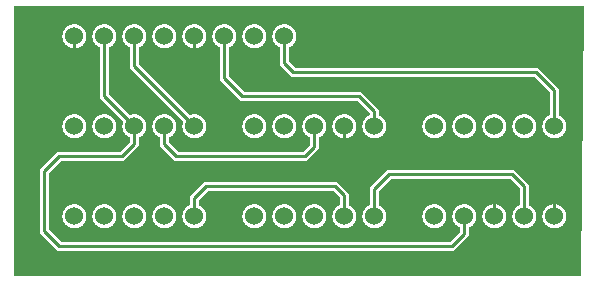
<source format=gtl>
G04 ---------------------------- Layer name :TOP LAYER*
G04 easyEDA 0.1*
G04 Scale: 100 percent, Rotated: No, Reflected: No *
G04 Dimensions in inches *
G04 leading zeros omitted , absolute positions ,2 integer and 4 * 
%FSLAX24Y24*%
%MOIN*%
G90*
G70D02*

%ADD10C,0.010000*%
%ADD11C,0.060000*%

%LPD*%
G36*
G01X0Y0D02*
G01X0Y9000D01*
G01X19000Y9000D01*
G01X18900Y0D01*
G01X0Y0D01*
G37*

%LPC*%
G36*
G01X2015Y7600D02*
G01X2076Y7607D01*
G01X2134Y7623D01*
G01X2191Y7648D01*
G01X2242Y7681D01*
G01X2288Y7722D01*
G01X2327Y7769D01*
G01X2358Y7822D01*
G01X2381Y7879D01*
G01X2395Y7938D01*
G01X2400Y8000D01*
G01X2395Y8061D01*
G01X2381Y8120D01*
G01X2358Y8177D01*
G01X2327Y8230D01*
G01X2288Y8277D01*
G01X2242Y8318D01*
G01X2191Y8351D01*
G01X2134Y8376D01*
G01X2076Y8392D01*
G01X2015Y8399D01*
G01X1953Y8397D01*
G01X1893Y8385D01*
G01X1836Y8365D01*
G01X1782Y8335D01*
G01X1733Y8298D01*
G01X1691Y8254D01*
G01X1656Y8204D01*
G01X1628Y8149D01*
G01X1610Y8091D01*
G01X1601Y8030D01*
G01X1601Y7969D01*
G01X1610Y7908D01*
G01X1628Y7850D01*
G01X1656Y7795D01*
G01X1691Y7745D01*
G01X1733Y7701D01*
G01X1782Y7664D01*
G01X1836Y7634D01*
G01X1893Y7614D01*
G01X1953Y7602D01*
G01X2015Y7600D01*
G37*
G36*
G01X6015Y7600D02*
G01X6076Y7607D01*
G01X6134Y7623D01*
G01X6191Y7648D01*
G01X6242Y7681D01*
G01X6288Y7722D01*
G01X6327Y7769D01*
G01X6358Y7822D01*
G01X6381Y7879D01*
G01X6395Y7938D01*
G01X6400Y8000D01*
G01X6395Y8061D01*
G01X6381Y8120D01*
G01X6358Y8177D01*
G01X6327Y8230D01*
G01X6288Y8277D01*
G01X6242Y8318D01*
G01X6191Y8351D01*
G01X6134Y8376D01*
G01X6076Y8392D01*
G01X6015Y8399D01*
G01X5953Y8397D01*
G01X5893Y8385D01*
G01X5836Y8365D01*
G01X5782Y8335D01*
G01X5733Y8298D01*
G01X5691Y8254D01*
G01X5656Y8204D01*
G01X5628Y8149D01*
G01X5610Y8091D01*
G01X5601Y8030D01*
G01X5601Y7969D01*
G01X5610Y7908D01*
G01X5628Y7850D01*
G01X5656Y7795D01*
G01X5691Y7745D01*
G01X5733Y7701D01*
G01X5782Y7664D01*
G01X5836Y7634D01*
G01X5893Y7614D01*
G01X5953Y7602D01*
G01X6015Y7600D01*
G37*
G36*
G01X9015Y1600D02*
G01X9076Y1607D01*
G01X9134Y1623D01*
G01X9191Y1648D01*
G01X9242Y1681D01*
G01X9288Y1722D01*
G01X9327Y1769D01*
G01X9358Y1822D01*
G01X9381Y1879D01*
G01X9395Y1938D01*
G01X9400Y2000D01*
G01X9395Y2061D01*
G01X9381Y2120D01*
G01X9358Y2177D01*
G01X9327Y2230D01*
G01X9288Y2277D01*
G01X9242Y2318D01*
G01X9191Y2351D01*
G01X9134Y2376D01*
G01X9076Y2392D01*
G01X9015Y2399D01*
G01X8953Y2397D01*
G01X8893Y2385D01*
G01X8836Y2365D01*
G01X8782Y2335D01*
G01X8733Y2298D01*
G01X8691Y2254D01*
G01X8656Y2204D01*
G01X8628Y2149D01*
G01X8610Y2091D01*
G01X8601Y2030D01*
G01X8601Y1969D01*
G01X8610Y1908D01*
G01X8628Y1850D01*
G01X8656Y1795D01*
G01X8691Y1745D01*
G01X8733Y1701D01*
G01X8782Y1664D01*
G01X8836Y1634D01*
G01X8893Y1614D01*
G01X8953Y1602D01*
G01X9015Y1600D01*
G37*
G36*
G01X10015Y1600D02*
G01X10076Y1607D01*
G01X10134Y1623D01*
G01X10191Y1648D01*
G01X10242Y1681D01*
G01X10288Y1722D01*
G01X10327Y1769D01*
G01X10358Y1822D01*
G01X10381Y1879D01*
G01X10395Y1938D01*
G01X10400Y2000D01*
G01X10395Y2061D01*
G01X10381Y2120D01*
G01X10358Y2177D01*
G01X10327Y2230D01*
G01X10288Y2277D01*
G01X10242Y2318D01*
G01X10191Y2351D01*
G01X10134Y2376D01*
G01X10076Y2392D01*
G01X10015Y2399D01*
G01X9953Y2397D01*
G01X9893Y2385D01*
G01X9836Y2365D01*
G01X9782Y2335D01*
G01X9733Y2298D01*
G01X9691Y2254D01*
G01X9656Y2204D01*
G01X9628Y2149D01*
G01X9610Y2091D01*
G01X9601Y2030D01*
G01X9601Y1969D01*
G01X9610Y1908D01*
G01X9628Y1850D01*
G01X9656Y1795D01*
G01X9691Y1745D01*
G01X9733Y1701D01*
G01X9782Y1664D01*
G01X9836Y1634D01*
G01X9893Y1614D01*
G01X9953Y1602D01*
G01X10015Y1600D01*
G37*
G36*
G01X18015Y1600D02*
G01X18076Y1607D01*
G01X18135Y1623D01*
G01X18191Y1648D01*
G01X18242Y1681D01*
G01X18288Y1722D01*
G01X18327Y1769D01*
G01X18358Y1822D01*
G01X18381Y1879D01*
G01X18395Y1938D01*
G01X18400Y2000D01*
G01X18395Y2061D01*
G01X18381Y2120D01*
G01X18358Y2177D01*
G01X18327Y2230D01*
G01X18288Y2277D01*
G01X18242Y2318D01*
G01X18191Y2351D01*
G01X18135Y2376D01*
G01X18076Y2392D01*
G01X18015Y2399D01*
G01X17953Y2397D01*
G01X17893Y2385D01*
G01X17836Y2365D01*
G01X17782Y2335D01*
G01X17733Y2298D01*
G01X17691Y2254D01*
G01X17656Y2204D01*
G01X17628Y2149D01*
G01X17610Y2091D01*
G01X17601Y2030D01*
G01X17601Y1969D01*
G01X17610Y1908D01*
G01X17628Y1850D01*
G01X17656Y1795D01*
G01X17691Y1745D01*
G01X17733Y1701D01*
G01X17782Y1664D01*
G01X17836Y1634D01*
G01X17893Y1614D01*
G01X17953Y1602D01*
G01X18015Y1600D01*
G37*
G36*
G01X12015Y1600D02*
G01X12076Y1607D01*
G01X12135Y1623D01*
G01X12191Y1648D01*
G01X12242Y1681D01*
G01X12288Y1722D01*
G01X12327Y1769D01*
G01X12358Y1822D01*
G01X12381Y1879D01*
G01X12395Y1938D01*
G01X12400Y2000D01*
G01X12395Y2061D01*
G01X12381Y2120D01*
G01X12358Y2177D01*
G01X12327Y2230D01*
G01X12288Y2277D01*
G01X12242Y2318D01*
G01X12191Y2351D01*
G01X12150Y2369D01*
G01X12150Y2837D01*
G01X12562Y3250D01*
G01X16537Y3250D01*
G01X16850Y2937D01*
G01X16850Y2369D01*
G01X16836Y2365D01*
G01X16782Y2335D01*
G01X16733Y2298D01*
G01X16691Y2254D01*
G01X16656Y2204D01*
G01X16628Y2149D01*
G01X16610Y2091D01*
G01X16601Y2030D01*
G01X16601Y1969D01*
G01X16610Y1908D01*
G01X16628Y1850D01*
G01X16656Y1795D01*
G01X16691Y1745D01*
G01X16733Y1701D01*
G01X16782Y1664D01*
G01X16836Y1634D01*
G01X16893Y1614D01*
G01X16953Y1602D01*
G01X17015Y1600D01*
G01X17076Y1607D01*
G01X17135Y1623D01*
G01X17191Y1648D01*
G01X17242Y1681D01*
G01X17288Y1722D01*
G01X17327Y1769D01*
G01X17358Y1822D01*
G01X17381Y1879D01*
G01X17395Y1938D01*
G01X17400Y2000D01*
G01X17395Y2061D01*
G01X17381Y2120D01*
G01X17358Y2177D01*
G01X17327Y2230D01*
G01X17288Y2277D01*
G01X17242Y2318D01*
G01X17191Y2351D01*
G01X17150Y2369D01*
G01X17150Y3000D01*
G01X17148Y3023D01*
G01X17142Y3046D01*
G01X17133Y3068D01*
G01X17121Y3088D01*
G01X17106Y3106D01*
G01X16706Y3506D01*
G01X16688Y3521D01*
G01X16668Y3533D01*
G01X16646Y3542D01*
G01X16623Y3548D01*
G01X16600Y3550D01*
G01X12500Y3550D01*
G01X12476Y3548D01*
G01X12453Y3542D01*
G01X12431Y3533D01*
G01X12411Y3521D01*
G01X12393Y3506D01*
G01X11893Y3006D01*
G01X11878Y2988D01*
G01X11866Y2968D01*
G01X11857Y2946D01*
G01X11851Y2923D01*
G01X11850Y2900D01*
G01X11850Y2369D01*
G01X11836Y2365D01*
G01X11782Y2335D01*
G01X11733Y2298D01*
G01X11691Y2254D01*
G01X11656Y2204D01*
G01X11628Y2149D01*
G01X11610Y2091D01*
G01X11601Y2030D01*
G01X11601Y1969D01*
G01X11610Y1908D01*
G01X11628Y1850D01*
G01X11656Y1795D01*
G01X11691Y1745D01*
G01X11733Y1701D01*
G01X11782Y1664D01*
G01X11836Y1634D01*
G01X11893Y1614D01*
G01X11953Y1602D01*
G01X12015Y1600D01*
G37*
G36*
G01X16015Y1600D02*
G01X16076Y1607D01*
G01X16135Y1623D01*
G01X16191Y1648D01*
G01X16242Y1681D01*
G01X16288Y1722D01*
G01X16327Y1769D01*
G01X16358Y1822D01*
G01X16381Y1879D01*
G01X16395Y1938D01*
G01X16400Y2000D01*
G01X16395Y2061D01*
G01X16381Y2120D01*
G01X16358Y2177D01*
G01X16327Y2230D01*
G01X16288Y2277D01*
G01X16242Y2318D01*
G01X16191Y2351D01*
G01X16135Y2376D01*
G01X16076Y2392D01*
G01X16015Y2399D01*
G01X15953Y2397D01*
G01X15893Y2385D01*
G01X15836Y2365D01*
G01X15782Y2335D01*
G01X15733Y2298D01*
G01X15691Y2254D01*
G01X15656Y2204D01*
G01X15628Y2149D01*
G01X15610Y2091D01*
G01X15601Y2030D01*
G01X15601Y1969D01*
G01X15610Y1908D01*
G01X15628Y1850D01*
G01X15656Y1795D01*
G01X15691Y1745D01*
G01X15733Y1701D01*
G01X15782Y1664D01*
G01X15836Y1634D01*
G01X15893Y1614D01*
G01X15953Y1602D01*
G01X16015Y1600D01*
G37*
G36*
G01X14015Y1600D02*
G01X14076Y1607D01*
G01X14135Y1623D01*
G01X14191Y1648D01*
G01X14242Y1681D01*
G01X14288Y1722D01*
G01X14327Y1769D01*
G01X14358Y1822D01*
G01X14381Y1879D01*
G01X14395Y1938D01*
G01X14400Y2000D01*
G01X14395Y2061D01*
G01X14381Y2120D01*
G01X14358Y2177D01*
G01X14327Y2230D01*
G01X14288Y2277D01*
G01X14242Y2318D01*
G01X14191Y2351D01*
G01X14135Y2376D01*
G01X14076Y2392D01*
G01X14015Y2399D01*
G01X13953Y2397D01*
G01X13893Y2385D01*
G01X13836Y2365D01*
G01X13782Y2335D01*
G01X13733Y2298D01*
G01X13691Y2254D01*
G01X13656Y2204D01*
G01X13628Y2149D01*
G01X13610Y2091D01*
G01X13601Y2030D01*
G01X13601Y1969D01*
G01X13610Y1908D01*
G01X13628Y1850D01*
G01X13656Y1795D01*
G01X13691Y1745D01*
G01X13733Y1701D01*
G01X13782Y1664D01*
G01X13836Y1634D01*
G01X13893Y1614D01*
G01X13953Y1602D01*
G01X14015Y1600D01*
G37*
G36*
G01X5015Y7600D02*
G01X5076Y7607D01*
G01X5134Y7623D01*
G01X5191Y7648D01*
G01X5242Y7681D01*
G01X5288Y7722D01*
G01X5327Y7769D01*
G01X5358Y7822D01*
G01X5381Y7879D01*
G01X5395Y7938D01*
G01X5400Y8000D01*
G01X5395Y8061D01*
G01X5381Y8120D01*
G01X5358Y8177D01*
G01X5327Y8230D01*
G01X5288Y8277D01*
G01X5242Y8318D01*
G01X5191Y8351D01*
G01X5134Y8376D01*
G01X5076Y8392D01*
G01X5015Y8399D01*
G01X4953Y8397D01*
G01X4893Y8385D01*
G01X4836Y8365D01*
G01X4782Y8335D01*
G01X4733Y8298D01*
G01X4691Y8254D01*
G01X4656Y8204D01*
G01X4628Y8149D01*
G01X4610Y8091D01*
G01X4601Y8030D01*
G01X4601Y7969D01*
G01X4610Y7908D01*
G01X4628Y7850D01*
G01X4656Y7795D01*
G01X4691Y7745D01*
G01X4733Y7701D01*
G01X4782Y7664D01*
G01X4836Y7634D01*
G01X4893Y7614D01*
G01X4953Y7602D01*
G01X5015Y7600D01*
G37*
G36*
G01X6015Y1600D02*
G01X6076Y1607D01*
G01X6134Y1623D01*
G01X6191Y1648D01*
G01X6242Y1681D01*
G01X6288Y1722D01*
G01X6327Y1769D01*
G01X6358Y1822D01*
G01X6381Y1879D01*
G01X6395Y1938D01*
G01X6400Y2000D01*
G01X6395Y2061D01*
G01X6381Y2120D01*
G01X6358Y2177D01*
G01X6327Y2230D01*
G01X6288Y2277D01*
G01X6242Y2318D01*
G01X6191Y2351D01*
G01X6150Y2369D01*
G01X6150Y2537D01*
G01X6462Y2850D01*
G01X10637Y2850D01*
G01X10850Y2637D01*
G01X10850Y2369D01*
G01X10836Y2365D01*
G01X10782Y2335D01*
G01X10733Y2298D01*
G01X10691Y2254D01*
G01X10656Y2204D01*
G01X10628Y2149D01*
G01X10610Y2091D01*
G01X10601Y2030D01*
G01X10601Y1969D01*
G01X10610Y1908D01*
G01X10628Y1850D01*
G01X10656Y1795D01*
G01X10691Y1745D01*
G01X10733Y1701D01*
G01X10782Y1664D01*
G01X10836Y1634D01*
G01X10893Y1614D01*
G01X10953Y1602D01*
G01X11015Y1600D01*
G01X11076Y1607D01*
G01X11134Y1623D01*
G01X11191Y1648D01*
G01X11242Y1681D01*
G01X11288Y1722D01*
G01X11327Y1769D01*
G01X11358Y1822D01*
G01X11381Y1879D01*
G01X11395Y1938D01*
G01X11400Y2000D01*
G01X11395Y2061D01*
G01X11381Y2120D01*
G01X11358Y2177D01*
G01X11327Y2230D01*
G01X11288Y2277D01*
G01X11242Y2318D01*
G01X11191Y2351D01*
G01X11150Y2369D01*
G01X11150Y2700D01*
G01X11148Y2723D01*
G01X11142Y2746D01*
G01X11133Y2768D01*
G01X11121Y2788D01*
G01X11106Y2806D01*
G01X10806Y3106D01*
G01X10788Y3121D01*
G01X10768Y3133D01*
G01X10746Y3142D01*
G01X10723Y3148D01*
G01X10700Y3150D01*
G01X6400Y3150D01*
G01X6376Y3148D01*
G01X6353Y3142D01*
G01X6331Y3133D01*
G01X6311Y3121D01*
G01X6293Y3106D01*
G01X5893Y2706D01*
G01X5878Y2688D01*
G01X5866Y2668D01*
G01X5857Y2646D01*
G01X5851Y2623D01*
G01X5850Y2600D01*
G01X5850Y2369D01*
G01X5836Y2365D01*
G01X5782Y2335D01*
G01X5733Y2298D01*
G01X5691Y2254D01*
G01X5656Y2204D01*
G01X5628Y2149D01*
G01X5610Y2091D01*
G01X5601Y2030D01*
G01X5601Y1969D01*
G01X5610Y1908D01*
G01X5628Y1850D01*
G01X5656Y1795D01*
G01X5691Y1745D01*
G01X5733Y1701D01*
G01X5782Y1664D01*
G01X5836Y1634D01*
G01X5893Y1614D01*
G01X5953Y1602D01*
G01X6015Y1600D01*
G37*
G36*
G01X8015Y1600D02*
G01X8076Y1607D01*
G01X8134Y1623D01*
G01X8191Y1648D01*
G01X8242Y1681D01*
G01X8288Y1722D01*
G01X8327Y1769D01*
G01X8358Y1822D01*
G01X8381Y1879D01*
G01X8395Y1938D01*
G01X8400Y2000D01*
G01X8395Y2061D01*
G01X8381Y2120D01*
G01X8358Y2177D01*
G01X8327Y2230D01*
G01X8288Y2277D01*
G01X8242Y2318D01*
G01X8191Y2351D01*
G01X8134Y2376D01*
G01X8076Y2392D01*
G01X8015Y2399D01*
G01X7953Y2397D01*
G01X7893Y2385D01*
G01X7836Y2365D01*
G01X7782Y2335D01*
G01X7733Y2298D01*
G01X7691Y2254D01*
G01X7656Y2204D01*
G01X7628Y2149D01*
G01X7610Y2091D01*
G01X7601Y2030D01*
G01X7601Y1969D01*
G01X7610Y1908D01*
G01X7628Y1850D01*
G01X7656Y1795D01*
G01X7691Y1745D01*
G01X7733Y1701D01*
G01X7782Y1664D01*
G01X7836Y1634D01*
G01X7893Y1614D01*
G01X7953Y1602D01*
G01X8015Y1600D01*
G37*
G36*
G01X8015Y7600D02*
G01X8076Y7607D01*
G01X8134Y7623D01*
G01X8191Y7648D01*
G01X8242Y7681D01*
G01X8288Y7722D01*
G01X8327Y7769D01*
G01X8358Y7822D01*
G01X8381Y7879D01*
G01X8395Y7938D01*
G01X8400Y8000D01*
G01X8395Y8061D01*
G01X8381Y8120D01*
G01X8358Y8177D01*
G01X8327Y8230D01*
G01X8288Y8277D01*
G01X8242Y8318D01*
G01X8191Y8351D01*
G01X8134Y8376D01*
G01X8076Y8392D01*
G01X8015Y8399D01*
G01X7953Y8397D01*
G01X7893Y8385D01*
G01X7836Y8365D01*
G01X7782Y8335D01*
G01X7733Y8298D01*
G01X7691Y8254D01*
G01X7656Y8204D01*
G01X7628Y8149D01*
G01X7610Y8091D01*
G01X7601Y8030D01*
G01X7601Y7969D01*
G01X7610Y7908D01*
G01X7628Y7850D01*
G01X7656Y7795D01*
G01X7691Y7745D01*
G01X7733Y7701D01*
G01X7782Y7664D01*
G01X7836Y7634D01*
G01X7893Y7614D01*
G01X7953Y7602D01*
G01X8015Y7600D01*
G37*
G36*
G01X5015Y1600D02*
G01X5076Y1607D01*
G01X5134Y1623D01*
G01X5191Y1648D01*
G01X5242Y1681D01*
G01X5288Y1722D01*
G01X5327Y1769D01*
G01X5358Y1822D01*
G01X5381Y1879D01*
G01X5395Y1938D01*
G01X5400Y2000D01*
G01X5395Y2061D01*
G01X5381Y2120D01*
G01X5358Y2177D01*
G01X5327Y2230D01*
G01X5288Y2277D01*
G01X5242Y2318D01*
G01X5191Y2351D01*
G01X5134Y2376D01*
G01X5076Y2392D01*
G01X5015Y2399D01*
G01X4953Y2397D01*
G01X4893Y2385D01*
G01X4836Y2365D01*
G01X4782Y2335D01*
G01X4733Y2298D01*
G01X4691Y2254D01*
G01X4656Y2204D01*
G01X4628Y2149D01*
G01X4610Y2091D01*
G01X4601Y2030D01*
G01X4601Y1969D01*
G01X4610Y1908D01*
G01X4628Y1850D01*
G01X4656Y1795D01*
G01X4691Y1745D01*
G01X4733Y1701D01*
G01X4782Y1664D01*
G01X4836Y1634D01*
G01X4893Y1614D01*
G01X4953Y1602D01*
G01X5015Y1600D01*
G37*
G36*
G01X4015Y1600D02*
G01X4076Y1607D01*
G01X4134Y1623D01*
G01X4191Y1648D01*
G01X4242Y1681D01*
G01X4288Y1722D01*
G01X4327Y1769D01*
G01X4358Y1822D01*
G01X4381Y1879D01*
G01X4395Y1938D01*
G01X4400Y2000D01*
G01X4395Y2061D01*
G01X4381Y2120D01*
G01X4358Y2177D01*
G01X4327Y2230D01*
G01X4288Y2277D01*
G01X4242Y2318D01*
G01X4191Y2351D01*
G01X4134Y2376D01*
G01X4076Y2392D01*
G01X4015Y2399D01*
G01X3953Y2397D01*
G01X3893Y2385D01*
G01X3836Y2365D01*
G01X3782Y2335D01*
G01X3733Y2298D01*
G01X3691Y2254D01*
G01X3656Y2204D01*
G01X3628Y2149D01*
G01X3610Y2091D01*
G01X3601Y2030D01*
G01X3601Y1969D01*
G01X3610Y1908D01*
G01X3628Y1850D01*
G01X3656Y1795D01*
G01X3691Y1745D01*
G01X3733Y1701D01*
G01X3782Y1664D01*
G01X3836Y1634D01*
G01X3893Y1614D01*
G01X3953Y1602D01*
G01X4015Y1600D01*
G37*
G36*
G01X3015Y1600D02*
G01X3076Y1607D01*
G01X3134Y1623D01*
G01X3191Y1648D01*
G01X3242Y1681D01*
G01X3288Y1722D01*
G01X3327Y1769D01*
G01X3358Y1822D01*
G01X3381Y1879D01*
G01X3395Y1938D01*
G01X3400Y2000D01*
G01X3395Y2061D01*
G01X3381Y2120D01*
G01X3358Y2177D01*
G01X3327Y2230D01*
G01X3288Y2277D01*
G01X3242Y2318D01*
G01X3191Y2351D01*
G01X3134Y2376D01*
G01X3076Y2392D01*
G01X3015Y2399D01*
G01X2953Y2397D01*
G01X2893Y2385D01*
G01X2836Y2365D01*
G01X2782Y2335D01*
G01X2733Y2298D01*
G01X2691Y2254D01*
G01X2656Y2204D01*
G01X2628Y2149D01*
G01X2610Y2091D01*
G01X2601Y2030D01*
G01X2601Y1969D01*
G01X2610Y1908D01*
G01X2628Y1850D01*
G01X2656Y1795D01*
G01X2691Y1745D01*
G01X2733Y1701D01*
G01X2782Y1664D01*
G01X2836Y1634D01*
G01X2893Y1614D01*
G01X2953Y1602D01*
G01X3015Y1600D01*
G37*
G36*
G01X2015Y1600D02*
G01X2076Y1607D01*
G01X2134Y1623D01*
G01X2191Y1648D01*
G01X2242Y1681D01*
G01X2288Y1722D01*
G01X2327Y1769D01*
G01X2358Y1822D01*
G01X2381Y1879D01*
G01X2395Y1938D01*
G01X2400Y2000D01*
G01X2395Y2061D01*
G01X2381Y2120D01*
G01X2358Y2177D01*
G01X2327Y2230D01*
G01X2288Y2277D01*
G01X2242Y2318D01*
G01X2191Y2351D01*
G01X2134Y2376D01*
G01X2076Y2392D01*
G01X2015Y2399D01*
G01X1953Y2397D01*
G01X1893Y2385D01*
G01X1836Y2365D01*
G01X1782Y2335D01*
G01X1733Y2298D01*
G01X1691Y2254D01*
G01X1656Y2204D01*
G01X1628Y2149D01*
G01X1610Y2091D01*
G01X1601Y2030D01*
G01X1601Y1969D01*
G01X1610Y1908D01*
G01X1628Y1850D01*
G01X1656Y1795D01*
G01X1691Y1745D01*
G01X1733Y1701D01*
G01X1782Y1664D01*
G01X1836Y1634D01*
G01X1893Y1614D01*
G01X1953Y1602D01*
G01X2015Y1600D01*
G37*
G36*
G01X5400Y3850D02*
G01X9700Y3850D01*
G01X9723Y3851D01*
G01X9746Y3857D01*
G01X9768Y3866D01*
G01X9788Y3878D01*
G01X9806Y3893D01*
G01X10106Y4193D01*
G01X10121Y4211D01*
G01X10133Y4231D01*
G01X10142Y4253D01*
G01X10148Y4276D01*
G01X10150Y4300D01*
G01X10150Y4630D01*
G01X10191Y4648D01*
G01X10242Y4681D01*
G01X10288Y4722D01*
G01X10327Y4769D01*
G01X10358Y4822D01*
G01X10381Y4879D01*
G01X10395Y4938D01*
G01X10400Y5000D01*
G01X10395Y5061D01*
G01X10381Y5120D01*
G01X10358Y5177D01*
G01X10327Y5230D01*
G01X10288Y5277D01*
G01X10242Y5318D01*
G01X10191Y5351D01*
G01X10134Y5376D01*
G01X10076Y5392D01*
G01X10015Y5399D01*
G01X9953Y5397D01*
G01X9893Y5385D01*
G01X9836Y5365D01*
G01X9782Y5335D01*
G01X9733Y5298D01*
G01X9691Y5254D01*
G01X9656Y5204D01*
G01X9628Y5149D01*
G01X9610Y5091D01*
G01X9601Y5030D01*
G01X9601Y4969D01*
G01X9610Y4908D01*
G01X9628Y4850D01*
G01X9656Y4795D01*
G01X9691Y4745D01*
G01X9733Y4701D01*
G01X9782Y4664D01*
G01X9836Y4634D01*
G01X9850Y4630D01*
G01X9850Y4362D01*
G01X9637Y4150D01*
G01X5462Y4150D01*
G01X5150Y4462D01*
G01X5150Y4630D01*
G01X5191Y4648D01*
G01X5242Y4681D01*
G01X5288Y4722D01*
G01X5327Y4769D01*
G01X5358Y4822D01*
G01X5381Y4879D01*
G01X5395Y4938D01*
G01X5400Y5000D01*
G01X5395Y5061D01*
G01X5381Y5120D01*
G01X5358Y5177D01*
G01X5327Y5230D01*
G01X5288Y5277D01*
G01X5242Y5318D01*
G01X5191Y5351D01*
G01X5134Y5376D01*
G01X5076Y5392D01*
G01X5015Y5399D01*
G01X4953Y5397D01*
G01X4893Y5385D01*
G01X4836Y5365D01*
G01X4782Y5335D01*
G01X4733Y5298D01*
G01X4691Y5254D01*
G01X4656Y5204D01*
G01X4628Y5149D01*
G01X4610Y5091D01*
G01X4601Y5030D01*
G01X4601Y4969D01*
G01X4610Y4908D01*
G01X4628Y4850D01*
G01X4656Y4795D01*
G01X4691Y4745D01*
G01X4733Y4701D01*
G01X4782Y4664D01*
G01X4836Y4634D01*
G01X4850Y4630D01*
G01X4850Y4400D01*
G01X4851Y4376D01*
G01X4857Y4353D01*
G01X4866Y4331D01*
G01X4878Y4311D01*
G01X4893Y4293D01*
G01X5293Y3893D01*
G01X5311Y3878D01*
G01X5331Y3866D01*
G01X5353Y3857D01*
G01X5376Y3851D01*
G01X5400Y3850D01*
G37*
G36*
G01X1500Y850D02*
G01X14600Y850D01*
G01X14623Y851D01*
G01X14646Y857D01*
G01X14668Y866D01*
G01X14688Y878D01*
G01X14706Y893D01*
G01X15106Y1293D01*
G01X15121Y1311D01*
G01X15133Y1331D01*
G01X15142Y1353D01*
G01X15148Y1376D01*
G01X15150Y1400D01*
G01X15150Y1630D01*
G01X15191Y1648D01*
G01X15242Y1681D01*
G01X15288Y1722D01*
G01X15327Y1769D01*
G01X15358Y1822D01*
G01X15381Y1879D01*
G01X15395Y1938D01*
G01X15400Y2000D01*
G01X15395Y2061D01*
G01X15381Y2120D01*
G01X15358Y2177D01*
G01X15327Y2230D01*
G01X15288Y2277D01*
G01X15242Y2318D01*
G01X15191Y2351D01*
G01X15135Y2376D01*
G01X15076Y2392D01*
G01X15015Y2399D01*
G01X14953Y2397D01*
G01X14893Y2385D01*
G01X14836Y2365D01*
G01X14782Y2335D01*
G01X14733Y2298D01*
G01X14691Y2254D01*
G01X14656Y2204D01*
G01X14628Y2149D01*
G01X14610Y2091D01*
G01X14601Y2030D01*
G01X14601Y1969D01*
G01X14610Y1908D01*
G01X14628Y1850D01*
G01X14656Y1795D01*
G01X14691Y1745D01*
G01X14733Y1701D01*
G01X14782Y1664D01*
G01X14836Y1634D01*
G01X14850Y1630D01*
G01X14850Y1462D01*
G01X14537Y1150D01*
G01X1562Y1150D01*
G01X1150Y1562D01*
G01X1150Y3437D01*
G01X1562Y3850D01*
G01X3600Y3850D01*
G01X3623Y3851D01*
G01X3646Y3857D01*
G01X3668Y3866D01*
G01X3688Y3878D01*
G01X3706Y3893D01*
G01X4106Y4293D01*
G01X4121Y4311D01*
G01X4133Y4331D01*
G01X4142Y4353D01*
G01X4148Y4376D01*
G01X4150Y4400D01*
G01X4150Y4630D01*
G01X4191Y4648D01*
G01X4242Y4681D01*
G01X4288Y4722D01*
G01X4327Y4769D01*
G01X4358Y4822D01*
G01X4381Y4879D01*
G01X4395Y4938D01*
G01X4400Y5000D01*
G01X4395Y5061D01*
G01X4381Y5120D01*
G01X4358Y5177D01*
G01X4327Y5230D01*
G01X4288Y5277D01*
G01X4242Y5318D01*
G01X4191Y5351D01*
G01X4134Y5376D01*
G01X4076Y5392D01*
G01X4015Y5399D01*
G01X3953Y5397D01*
G01X3893Y5385D01*
G01X3844Y5367D01*
G01X3150Y6062D01*
G01X3150Y7630D01*
G01X3191Y7648D01*
G01X3242Y7681D01*
G01X3288Y7722D01*
G01X3327Y7769D01*
G01X3358Y7822D01*
G01X3381Y7879D01*
G01X3395Y7938D01*
G01X3400Y8000D01*
G01X3395Y8061D01*
G01X3381Y8120D01*
G01X3358Y8177D01*
G01X3327Y8230D01*
G01X3288Y8277D01*
G01X3242Y8318D01*
G01X3191Y8351D01*
G01X3134Y8376D01*
G01X3076Y8392D01*
G01X3015Y8399D01*
G01X2953Y8397D01*
G01X2893Y8385D01*
G01X2836Y8365D01*
G01X2782Y8335D01*
G01X2733Y8298D01*
G01X2691Y8254D01*
G01X2656Y8204D01*
G01X2628Y8149D01*
G01X2610Y8091D01*
G01X2601Y8030D01*
G01X2601Y7969D01*
G01X2610Y7908D01*
G01X2628Y7850D01*
G01X2656Y7795D01*
G01X2691Y7745D01*
G01X2733Y7701D01*
G01X2782Y7664D01*
G01X2836Y7634D01*
G01X2850Y7630D01*
G01X2850Y6000D01*
G01X2851Y5976D01*
G01X2857Y5953D01*
G01X2866Y5931D01*
G01X2878Y5911D01*
G01X2893Y5893D01*
G01X3632Y5155D01*
G01X3628Y5149D01*
G01X3610Y5091D01*
G01X3601Y5030D01*
G01X3601Y4969D01*
G01X3610Y4908D01*
G01X3628Y4850D01*
G01X3656Y4795D01*
G01X3691Y4745D01*
G01X3733Y4701D01*
G01X3782Y4664D01*
G01X3836Y4634D01*
G01X3850Y4630D01*
G01X3850Y4462D01*
G01X3537Y4150D01*
G01X1500Y4150D01*
G01X1476Y4148D01*
G01X1453Y4142D01*
G01X1431Y4133D01*
G01X1411Y4121D01*
G01X1393Y4106D01*
G01X893Y3606D01*
G01X878Y3588D01*
G01X866Y3568D01*
G01X857Y3546D01*
G01X851Y3523D01*
G01X850Y3500D01*
G01X850Y1500D01*
G01X851Y1476D01*
G01X857Y1453D01*
G01X866Y1431D01*
G01X878Y1411D01*
G01X893Y1393D01*
G01X1393Y893D01*
G01X1411Y878D01*
G01X1431Y866D01*
G01X1453Y857D01*
G01X1476Y851D01*
G01X1500Y850D01*
G37*
G36*
G01X18015Y4600D02*
G01X18076Y4607D01*
G01X18135Y4623D01*
G01X18191Y4648D01*
G01X18242Y4681D01*
G01X18288Y4722D01*
G01X18327Y4769D01*
G01X18358Y4822D01*
G01X18381Y4879D01*
G01X18395Y4938D01*
G01X18400Y5000D01*
G01X18395Y5061D01*
G01X18381Y5120D01*
G01X18358Y5177D01*
G01X18327Y5230D01*
G01X18288Y5277D01*
G01X18242Y5318D01*
G01X18191Y5351D01*
G01X18150Y5369D01*
G01X18150Y6200D01*
G01X18148Y6223D01*
G01X18142Y6246D01*
G01X18133Y6268D01*
G01X18121Y6288D01*
G01X18106Y6306D01*
G01X17506Y6906D01*
G01X17488Y6921D01*
G01X17468Y6933D01*
G01X17446Y6942D01*
G01X17423Y6948D01*
G01X17400Y6950D01*
G01X9362Y6950D01*
G01X9150Y7162D01*
G01X9150Y7630D01*
G01X9191Y7648D01*
G01X9242Y7681D01*
G01X9288Y7722D01*
G01X9327Y7769D01*
G01X9358Y7822D01*
G01X9381Y7879D01*
G01X9395Y7938D01*
G01X9400Y8000D01*
G01X9395Y8061D01*
G01X9381Y8120D01*
G01X9358Y8177D01*
G01X9327Y8230D01*
G01X9288Y8277D01*
G01X9242Y8318D01*
G01X9191Y8351D01*
G01X9134Y8376D01*
G01X9076Y8392D01*
G01X9015Y8399D01*
G01X8953Y8397D01*
G01X8893Y8385D01*
G01X8836Y8365D01*
G01X8782Y8335D01*
G01X8733Y8298D01*
G01X8691Y8254D01*
G01X8656Y8204D01*
G01X8628Y8149D01*
G01X8610Y8091D01*
G01X8601Y8030D01*
G01X8601Y7969D01*
G01X8610Y7908D01*
G01X8628Y7850D01*
G01X8656Y7795D01*
G01X8691Y7745D01*
G01X8733Y7701D01*
G01X8782Y7664D01*
G01X8836Y7634D01*
G01X8850Y7630D01*
G01X8850Y7100D01*
G01X8851Y7076D01*
G01X8857Y7053D01*
G01X8866Y7031D01*
G01X8878Y7011D01*
G01X8893Y6993D01*
G01X9193Y6693D01*
G01X9211Y6678D01*
G01X9231Y6666D01*
G01X9253Y6657D01*
G01X9276Y6651D01*
G01X9300Y6650D01*
G01X17337Y6650D01*
G01X17850Y6137D01*
G01X17850Y5369D01*
G01X17836Y5365D01*
G01X17782Y5335D01*
G01X17733Y5298D01*
G01X17691Y5254D01*
G01X17656Y5204D01*
G01X17628Y5149D01*
G01X17610Y5091D01*
G01X17601Y5030D01*
G01X17601Y4969D01*
G01X17610Y4908D01*
G01X17628Y4850D01*
G01X17656Y4795D01*
G01X17691Y4745D01*
G01X17733Y4701D01*
G01X17782Y4664D01*
G01X17836Y4634D01*
G01X17893Y4614D01*
G01X17953Y4602D01*
G01X18015Y4600D01*
G37*
G36*
G01X17015Y4600D02*
G01X17076Y4607D01*
G01X17135Y4623D01*
G01X17191Y4648D01*
G01X17242Y4681D01*
G01X17288Y4722D01*
G01X17327Y4769D01*
G01X17358Y4822D01*
G01X17381Y4879D01*
G01X17395Y4938D01*
G01X17400Y5000D01*
G01X17395Y5061D01*
G01X17381Y5120D01*
G01X17358Y5177D01*
G01X17327Y5230D01*
G01X17288Y5277D01*
G01X17242Y5318D01*
G01X17191Y5351D01*
G01X17135Y5376D01*
G01X17076Y5392D01*
G01X17015Y5399D01*
G01X16953Y5397D01*
G01X16893Y5385D01*
G01X16836Y5365D01*
G01X16782Y5335D01*
G01X16733Y5298D01*
G01X16691Y5254D01*
G01X16656Y5204D01*
G01X16628Y5149D01*
G01X16610Y5091D01*
G01X16601Y5030D01*
G01X16601Y4969D01*
G01X16610Y4908D01*
G01X16628Y4850D01*
G01X16656Y4795D01*
G01X16691Y4745D01*
G01X16733Y4701D01*
G01X16782Y4664D01*
G01X16836Y4634D01*
G01X16893Y4614D01*
G01X16953Y4602D01*
G01X17015Y4600D01*
G37*
G36*
G01X16015Y4600D02*
G01X16076Y4607D01*
G01X16135Y4623D01*
G01X16191Y4648D01*
G01X16242Y4681D01*
G01X16288Y4722D01*
G01X16327Y4769D01*
G01X16358Y4822D01*
G01X16381Y4879D01*
G01X16395Y4938D01*
G01X16400Y5000D01*
G01X16395Y5061D01*
G01X16381Y5120D01*
G01X16358Y5177D01*
G01X16327Y5230D01*
G01X16288Y5277D01*
G01X16242Y5318D01*
G01X16191Y5351D01*
G01X16135Y5376D01*
G01X16076Y5392D01*
G01X16015Y5399D01*
G01X15953Y5397D01*
G01X15893Y5385D01*
G01X15836Y5365D01*
G01X15782Y5335D01*
G01X15733Y5298D01*
G01X15691Y5254D01*
G01X15656Y5204D01*
G01X15628Y5149D01*
G01X15610Y5091D01*
G01X15601Y5030D01*
G01X15601Y4969D01*
G01X15610Y4908D01*
G01X15628Y4850D01*
G01X15656Y4795D01*
G01X15691Y4745D01*
G01X15733Y4701D01*
G01X15782Y4664D01*
G01X15836Y4634D01*
G01X15893Y4614D01*
G01X15953Y4602D01*
G01X16015Y4600D01*
G37*
G36*
G01X15015Y4600D02*
G01X15076Y4607D01*
G01X15135Y4623D01*
G01X15191Y4648D01*
G01X15242Y4681D01*
G01X15288Y4722D01*
G01X15327Y4769D01*
G01X15358Y4822D01*
G01X15381Y4879D01*
G01X15395Y4938D01*
G01X15400Y5000D01*
G01X15395Y5061D01*
G01X15381Y5120D01*
G01X15358Y5177D01*
G01X15327Y5230D01*
G01X15288Y5277D01*
G01X15242Y5318D01*
G01X15191Y5351D01*
G01X15135Y5376D01*
G01X15076Y5392D01*
G01X15015Y5399D01*
G01X14953Y5397D01*
G01X14893Y5385D01*
G01X14836Y5365D01*
G01X14782Y5335D01*
G01X14733Y5298D01*
G01X14691Y5254D01*
G01X14656Y5204D01*
G01X14628Y5149D01*
G01X14610Y5091D01*
G01X14601Y5030D01*
G01X14601Y4969D01*
G01X14610Y4908D01*
G01X14628Y4850D01*
G01X14656Y4795D01*
G01X14691Y4745D01*
G01X14733Y4701D01*
G01X14782Y4664D01*
G01X14836Y4634D01*
G01X14893Y4614D01*
G01X14953Y4602D01*
G01X15015Y4600D01*
G37*
G36*
G01X14015Y4600D02*
G01X14076Y4607D01*
G01X14135Y4623D01*
G01X14191Y4648D01*
G01X14242Y4681D01*
G01X14288Y4722D01*
G01X14327Y4769D01*
G01X14358Y4822D01*
G01X14381Y4879D01*
G01X14395Y4938D01*
G01X14400Y5000D01*
G01X14395Y5061D01*
G01X14381Y5120D01*
G01X14358Y5177D01*
G01X14327Y5230D01*
G01X14288Y5277D01*
G01X14242Y5318D01*
G01X14191Y5351D01*
G01X14135Y5376D01*
G01X14076Y5392D01*
G01X14015Y5399D01*
G01X13953Y5397D01*
G01X13893Y5385D01*
G01X13836Y5365D01*
G01X13782Y5335D01*
G01X13733Y5298D01*
G01X13691Y5254D01*
G01X13656Y5204D01*
G01X13628Y5149D01*
G01X13610Y5091D01*
G01X13601Y5030D01*
G01X13601Y4969D01*
G01X13610Y4908D01*
G01X13628Y4850D01*
G01X13656Y4795D01*
G01X13691Y4745D01*
G01X13733Y4701D01*
G01X13782Y4664D01*
G01X13836Y4634D01*
G01X13893Y4614D01*
G01X13953Y4602D01*
G01X14015Y4600D01*
G37*
G36*
G01X12015Y4600D02*
G01X12076Y4607D01*
G01X12135Y4623D01*
G01X12191Y4648D01*
G01X12242Y4681D01*
G01X12288Y4722D01*
G01X12327Y4769D01*
G01X12358Y4822D01*
G01X12381Y4879D01*
G01X12395Y4938D01*
G01X12400Y5000D01*
G01X12395Y5061D01*
G01X12381Y5120D01*
G01X12358Y5177D01*
G01X12327Y5230D01*
G01X12288Y5277D01*
G01X12242Y5318D01*
G01X12191Y5351D01*
G01X12150Y5369D01*
G01X12150Y5500D01*
G01X12148Y5523D01*
G01X12142Y5546D01*
G01X12133Y5568D01*
G01X12121Y5588D01*
G01X12106Y5606D01*
G01X11606Y6106D01*
G01X11588Y6121D01*
G01X11568Y6133D01*
G01X11546Y6142D01*
G01X11523Y6148D01*
G01X11500Y6150D01*
G01X7662Y6150D01*
G01X7150Y6662D01*
G01X7150Y7630D01*
G01X7191Y7648D01*
G01X7242Y7681D01*
G01X7288Y7722D01*
G01X7327Y7769D01*
G01X7358Y7822D01*
G01X7381Y7879D01*
G01X7395Y7938D01*
G01X7400Y8000D01*
G01X7395Y8061D01*
G01X7381Y8120D01*
G01X7358Y8177D01*
G01X7327Y8230D01*
G01X7288Y8277D01*
G01X7242Y8318D01*
G01X7191Y8351D01*
G01X7134Y8376D01*
G01X7076Y8392D01*
G01X7015Y8399D01*
G01X6953Y8397D01*
G01X6893Y8385D01*
G01X6836Y8365D01*
G01X6782Y8335D01*
G01X6733Y8298D01*
G01X6691Y8254D01*
G01X6656Y8204D01*
G01X6628Y8149D01*
G01X6610Y8091D01*
G01X6601Y8030D01*
G01X6601Y7969D01*
G01X6610Y7908D01*
G01X6628Y7850D01*
G01X6656Y7795D01*
G01X6691Y7745D01*
G01X6733Y7701D01*
G01X6782Y7664D01*
G01X6836Y7634D01*
G01X6850Y7630D01*
G01X6850Y6600D01*
G01X6851Y6576D01*
G01X6857Y6553D01*
G01X6866Y6531D01*
G01X6878Y6511D01*
G01X6893Y6493D01*
G01X7493Y5893D01*
G01X7511Y5878D01*
G01X7531Y5866D01*
G01X7553Y5857D01*
G01X7576Y5851D01*
G01X7600Y5850D01*
G01X11437Y5850D01*
G01X11850Y5437D01*
G01X11850Y5369D01*
G01X11836Y5365D01*
G01X11782Y5335D01*
G01X11733Y5298D01*
G01X11691Y5254D01*
G01X11656Y5204D01*
G01X11628Y5149D01*
G01X11610Y5091D01*
G01X11601Y5030D01*
G01X11601Y4969D01*
G01X11610Y4908D01*
G01X11628Y4850D01*
G01X11656Y4795D01*
G01X11691Y4745D01*
G01X11733Y4701D01*
G01X11782Y4664D01*
G01X11836Y4634D01*
G01X11893Y4614D01*
G01X11953Y4602D01*
G01X12015Y4600D01*
G37*
G36*
G01X11015Y4600D02*
G01X11076Y4607D01*
G01X11134Y4623D01*
G01X11191Y4648D01*
G01X11242Y4681D01*
G01X11288Y4722D01*
G01X11327Y4769D01*
G01X11358Y4822D01*
G01X11381Y4879D01*
G01X11395Y4938D01*
G01X11400Y5000D01*
G01X11395Y5061D01*
G01X11381Y5120D01*
G01X11358Y5177D01*
G01X11327Y5230D01*
G01X11288Y5277D01*
G01X11242Y5318D01*
G01X11191Y5351D01*
G01X11134Y5376D01*
G01X11076Y5392D01*
G01X11015Y5399D01*
G01X10953Y5397D01*
G01X10893Y5385D01*
G01X10836Y5365D01*
G01X10782Y5335D01*
G01X10733Y5298D01*
G01X10691Y5254D01*
G01X10656Y5204D01*
G01X10628Y5149D01*
G01X10610Y5091D01*
G01X10601Y5030D01*
G01X10601Y4969D01*
G01X10610Y4908D01*
G01X10628Y4850D01*
G01X10656Y4795D01*
G01X10691Y4745D01*
G01X10733Y4701D01*
G01X10782Y4664D01*
G01X10836Y4634D01*
G01X10893Y4614D01*
G01X10953Y4602D01*
G01X11015Y4600D01*
G37*
G36*
G01X9015Y4600D02*
G01X9076Y4607D01*
G01X9134Y4623D01*
G01X9191Y4648D01*
G01X9242Y4681D01*
G01X9288Y4722D01*
G01X9327Y4769D01*
G01X9358Y4822D01*
G01X9381Y4879D01*
G01X9395Y4938D01*
G01X9400Y5000D01*
G01X9395Y5061D01*
G01X9381Y5120D01*
G01X9358Y5177D01*
G01X9327Y5230D01*
G01X9288Y5277D01*
G01X9242Y5318D01*
G01X9191Y5351D01*
G01X9134Y5376D01*
G01X9076Y5392D01*
G01X9015Y5399D01*
G01X8953Y5397D01*
G01X8893Y5385D01*
G01X8836Y5365D01*
G01X8782Y5335D01*
G01X8733Y5298D01*
G01X8691Y5254D01*
G01X8656Y5204D01*
G01X8628Y5149D01*
G01X8610Y5091D01*
G01X8601Y5030D01*
G01X8601Y4969D01*
G01X8610Y4908D01*
G01X8628Y4850D01*
G01X8656Y4795D01*
G01X8691Y4745D01*
G01X8733Y4701D01*
G01X8782Y4664D01*
G01X8836Y4634D01*
G01X8893Y4614D01*
G01X8953Y4602D01*
G01X9015Y4600D01*
G37*
G36*
G01X8015Y4600D02*
G01X8076Y4607D01*
G01X8134Y4623D01*
G01X8191Y4648D01*
G01X8242Y4681D01*
G01X8288Y4722D01*
G01X8327Y4769D01*
G01X8358Y4822D01*
G01X8381Y4879D01*
G01X8395Y4938D01*
G01X8400Y5000D01*
G01X8395Y5061D01*
G01X8381Y5120D01*
G01X8358Y5177D01*
G01X8327Y5230D01*
G01X8288Y5277D01*
G01X8242Y5318D01*
G01X8191Y5351D01*
G01X8134Y5376D01*
G01X8076Y5392D01*
G01X8015Y5399D01*
G01X7953Y5397D01*
G01X7893Y5385D01*
G01X7836Y5365D01*
G01X7782Y5335D01*
G01X7733Y5298D01*
G01X7691Y5254D01*
G01X7656Y5204D01*
G01X7628Y5149D01*
G01X7610Y5091D01*
G01X7601Y5030D01*
G01X7601Y4969D01*
G01X7610Y4908D01*
G01X7628Y4850D01*
G01X7656Y4795D01*
G01X7691Y4745D01*
G01X7733Y4701D01*
G01X7782Y4664D01*
G01X7836Y4634D01*
G01X7893Y4614D01*
G01X7953Y4602D01*
G01X8015Y4600D01*
G37*
G36*
G01X6015Y4600D02*
G01X6076Y4607D01*
G01X6134Y4623D01*
G01X6191Y4648D01*
G01X6242Y4681D01*
G01X6288Y4722D01*
G01X6327Y4769D01*
G01X6358Y4822D01*
G01X6381Y4879D01*
G01X6395Y4938D01*
G01X6400Y5000D01*
G01X6395Y5061D01*
G01X6381Y5120D01*
G01X6358Y5177D01*
G01X6327Y5230D01*
G01X6288Y5277D01*
G01X6242Y5318D01*
G01X6191Y5351D01*
G01X6134Y5376D01*
G01X6076Y5392D01*
G01X6015Y5399D01*
G01X5953Y5397D01*
G01X5893Y5385D01*
G01X5844Y5367D01*
G01X4150Y7062D01*
G01X4150Y7630D01*
G01X4191Y7648D01*
G01X4242Y7681D01*
G01X4288Y7722D01*
G01X4327Y7769D01*
G01X4358Y7822D01*
G01X4381Y7879D01*
G01X4395Y7938D01*
G01X4400Y8000D01*
G01X4395Y8061D01*
G01X4381Y8120D01*
G01X4358Y8177D01*
G01X4327Y8230D01*
G01X4288Y8277D01*
G01X4242Y8318D01*
G01X4191Y8351D01*
G01X4134Y8376D01*
G01X4076Y8392D01*
G01X4015Y8399D01*
G01X3953Y8397D01*
G01X3893Y8385D01*
G01X3836Y8365D01*
G01X3782Y8335D01*
G01X3733Y8298D01*
G01X3691Y8254D01*
G01X3656Y8204D01*
G01X3628Y8149D01*
G01X3610Y8091D01*
G01X3601Y8030D01*
G01X3601Y7969D01*
G01X3610Y7908D01*
G01X3628Y7850D01*
G01X3656Y7795D01*
G01X3691Y7745D01*
G01X3733Y7701D01*
G01X3782Y7664D01*
G01X3836Y7634D01*
G01X3850Y7630D01*
G01X3850Y7000D01*
G01X3851Y6976D01*
G01X3857Y6953D01*
G01X3866Y6931D01*
G01X3878Y6911D01*
G01X3893Y6893D01*
G01X5632Y5155D01*
G01X5628Y5149D01*
G01X5610Y5091D01*
G01X5601Y5030D01*
G01X5601Y4969D01*
G01X5610Y4908D01*
G01X5628Y4850D01*
G01X5656Y4795D01*
G01X5691Y4745D01*
G01X5733Y4701D01*
G01X5782Y4664D01*
G01X5836Y4634D01*
G01X5893Y4614D01*
G01X5953Y4602D01*
G01X6015Y4600D01*
G37*
G36*
G01X3015Y4600D02*
G01X3076Y4607D01*
G01X3134Y4623D01*
G01X3191Y4648D01*
G01X3242Y4681D01*
G01X3288Y4722D01*
G01X3327Y4769D01*
G01X3358Y4822D01*
G01X3381Y4879D01*
G01X3395Y4938D01*
G01X3400Y5000D01*
G01X3395Y5061D01*
G01X3381Y5120D01*
G01X3358Y5177D01*
G01X3327Y5230D01*
G01X3288Y5277D01*
G01X3242Y5318D01*
G01X3191Y5351D01*
G01X3134Y5376D01*
G01X3076Y5392D01*
G01X3015Y5399D01*
G01X2953Y5397D01*
G01X2893Y5385D01*
G01X2836Y5365D01*
G01X2782Y5335D01*
G01X2733Y5298D01*
G01X2691Y5254D01*
G01X2656Y5204D01*
G01X2628Y5149D01*
G01X2610Y5091D01*
G01X2601Y5030D01*
G01X2601Y4969D01*
G01X2610Y4908D01*
G01X2628Y4850D01*
G01X2656Y4795D01*
G01X2691Y4745D01*
G01X2733Y4701D01*
G01X2782Y4664D01*
G01X2836Y4634D01*
G01X2893Y4614D01*
G01X2953Y4602D01*
G01X3015Y4600D01*
G37*
G36*
G01X2015Y4600D02*
G01X2076Y4607D01*
G01X2134Y4623D01*
G01X2191Y4648D01*
G01X2242Y4681D01*
G01X2288Y4722D01*
G01X2327Y4769D01*
G01X2358Y4822D01*
G01X2381Y4879D01*
G01X2395Y4938D01*
G01X2400Y5000D01*
G01X2395Y5061D01*
G01X2381Y5120D01*
G01X2358Y5177D01*
G01X2327Y5230D01*
G01X2288Y5277D01*
G01X2242Y5318D01*
G01X2191Y5351D01*
G01X2134Y5376D01*
G01X2076Y5392D01*
G01X2015Y5399D01*
G01X1953Y5397D01*
G01X1893Y5385D01*
G01X1836Y5365D01*
G01X1782Y5335D01*
G01X1733Y5298D01*
G01X1691Y5254D01*
G01X1656Y5204D01*
G01X1628Y5149D01*
G01X1610Y5091D01*
G01X1601Y5030D01*
G01X1601Y4969D01*
G01X1610Y4908D01*
G01X1628Y4850D01*
G01X1656Y4795D01*
G01X1691Y4745D01*
G01X1733Y4701D01*
G01X1782Y4664D01*
G01X1836Y4634D01*
G01X1893Y4614D01*
G01X1953Y4602D01*
G01X2015Y4600D01*
G37*

%LPD*%
G54D10*
G01X3000Y8000D02*
G01X3000Y6000D01*
G01X4000Y5000D01*
G01X5000Y5000D02*
G01X5000Y4400D01*
G01X5400Y4000D01*
G01X9700Y4000D01*
G01X10000Y4300D01*
G01X10000Y5000D01*
G01X2000Y8000D02*
G01X2000Y7000D01*
G01X4000Y8000D02*
G01X4000Y7000D01*
G01X6000Y5000D01*
G01X6000Y2000D02*
G01X6000Y2600D01*
G01X6400Y3000D01*
G01X10700Y3000D01*
G01X11000Y2700D01*
G01X11000Y2000D01*
G01X18000Y2000D02*
G01X18000Y3000D01*
G01X11000Y5000D02*
G01X11000Y4000D01*
G01X12000Y2000D02*
G01X12000Y2900D01*
G01X12500Y3400D01*
G01X16600Y3400D01*
G01X17000Y3000D01*
G01X17000Y2000D01*
G01X16000Y2000D02*
G01X16000Y2700D01*
G01X15000Y2000D02*
G01X15000Y1400D01*
G01X14600Y1000D01*
G01X1500Y1000D01*
G01X1000Y1500D01*
G01X1000Y3500D01*
G01X1500Y4000D01*
G01X3600Y4000D01*
G01X4000Y4400D01*
G01X4000Y5000D01*
G01X6000Y8000D02*
G01X6000Y7100D01*
G01X12000Y5000D02*
G01X12000Y5500D01*
G01X11500Y6000D01*
G01X7600Y6000D01*
G01X7000Y6600D01*
G01X7000Y8000D01*
G01X18000Y5000D02*
G01X18000Y6200D01*
G01X17400Y6800D01*
G01X9300Y6800D01*
G01X9000Y7100D01*
G01X9000Y8000D01*
G54D11*
G01X2000Y5000D03*
G01X3000Y5000D03*
G01X4000Y5000D03*
G01X5000Y5000D03*
G01X6000Y5000D03*
G01X2000Y2000D03*
G01X3000Y2000D03*
G01X4000Y2000D03*
G01X5000Y2000D03*
G01X6000Y2000D03*
G01X8000Y5000D03*
G01X9000Y5000D03*
G01X10000Y5000D03*
G01X11000Y5000D03*
G01X12000Y5000D03*
G01X8000Y2000D03*
G01X11000Y2000D03*
G01X12000Y2000D03*
G01X14000Y5000D03*
G01X14000Y5000D03*
G01X15000Y5000D03*
G01X16000Y5000D03*
G01X17000Y5000D03*
G01X18000Y5000D03*
G01X14000Y2000D03*
G01X15000Y2000D03*
G01X16000Y2000D03*
G01X17000Y2000D03*
G01X18000Y2000D03*
G01X2000Y8000D03*
G01X3000Y8000D03*
G01X4000Y8000D03*
G01X6000Y8000D03*
G01X10000Y2000D03*
G01X9000Y2000D03*
G01X5000Y8000D03*
G01X7000Y8000D03*
G01X8000Y8000D03*
G01X9000Y8000D03*
G01X2000Y5000D03*
G01X3000Y5000D03*
G01X4000Y5000D03*
G01X5000Y5000D03*
G01X6000Y5000D03*
G01X2000Y2000D03*
G01X3000Y2000D03*
G01X4000Y2000D03*
G01X5000Y2000D03*
G01X6000Y2000D03*
G01X8000Y5000D03*
G01X9000Y5000D03*
G01X10000Y5000D03*
G01X11000Y5000D03*
G01X12000Y5000D03*
G01X8000Y2000D03*
G01X11000Y2000D03*
G01X12000Y2000D03*
G01X14000Y5000D03*
G01X14000Y5000D03*
G01X15000Y5000D03*
G01X16000Y5000D03*
G01X17000Y5000D03*
G01X18000Y5000D03*
G01X14000Y2000D03*
G01X15000Y2000D03*
G01X16000Y2000D03*
G01X17000Y2000D03*
G01X18000Y2000D03*
G01X2000Y8000D03*
G01X3000Y8000D03*
G01X4000Y8000D03*
G01X6000Y8000D03*
G01X10000Y2000D03*
G01X9000Y2000D03*
G01X5000Y8000D03*
G01X7000Y8000D03*
G01X8000Y8000D03*
G01X9000Y8000D03*

M00*
M02*
</source>
